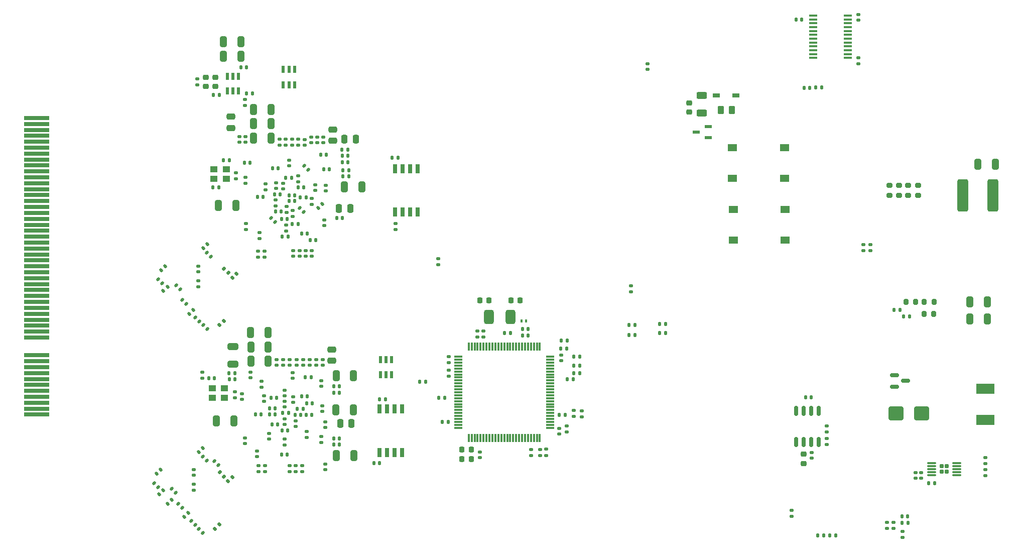
<source format=gbr>
%TF.GenerationSoftware,KiCad,Pcbnew,8.0.8*%
%TF.CreationDate,2025-02-03T01:07:07+01:00*%
%TF.ProjectId,RASBB,52415342-422e-46b6-9963-61645f706362,01*%
%TF.SameCoordinates,Original*%
%TF.FileFunction,Paste,Bot*%
%TF.FilePolarity,Positive*%
%FSLAX46Y46*%
G04 Gerber Fmt 4.6, Leading zero omitted, Abs format (unit mm)*
G04 Created by KiCad (PCBNEW 8.0.8) date 2025-02-03 01:07:07*
%MOMM*%
%LPD*%
G01*
G04 APERTURE LIST*
G04 Aperture macros list*
%AMRoundRect*
0 Rectangle with rounded corners*
0 $1 Rounding radius*
0 $2 $3 $4 $5 $6 $7 $8 $9 X,Y pos of 4 corners*
0 Add a 4 corners polygon primitive as box body*
4,1,4,$2,$3,$4,$5,$6,$7,$8,$9,$2,$3,0*
0 Add four circle primitives for the rounded corners*
1,1,$1+$1,$2,$3*
1,1,$1+$1,$4,$5*
1,1,$1+$1,$6,$7*
1,1,$1+$1,$8,$9*
0 Add four rect primitives between the rounded corners*
20,1,$1+$1,$2,$3,$4,$5,0*
20,1,$1+$1,$4,$5,$6,$7,0*
20,1,$1+$1,$6,$7,$8,$9,0*
20,1,$1+$1,$8,$9,$2,$3,0*%
G04 Aperture macros list end*
%ADD10R,1.300000X1.100000*%
%ADD11RoundRect,0.140000X-0.140000X-0.170000X0.140000X-0.170000X0.140000X0.170000X-0.140000X0.170000X0*%
%ADD12RoundRect,0.135000X0.185000X-0.135000X0.185000X0.135000X-0.185000X0.135000X-0.185000X-0.135000X0*%
%ADD13R,1.207999X0.771200*%
%ADD14RoundRect,0.140000X-0.170000X0.140000X-0.170000X-0.140000X0.170000X-0.140000X0.170000X0.140000X0*%
%ADD15RoundRect,0.135000X0.035355X-0.226274X0.226274X-0.035355X-0.035355X0.226274X-0.226274X0.035355X0*%
%ADD16RoundRect,0.140000X-0.219203X-0.021213X-0.021213X-0.219203X0.219203X0.021213X0.021213X0.219203X0*%
%ADD17RoundRect,0.250000X-0.325000X-0.650000X0.325000X-0.650000X0.325000X0.650000X-0.325000X0.650000X0*%
%ADD18RoundRect,0.140000X0.140000X0.170000X-0.140000X0.170000X-0.140000X-0.170000X0.140000X-0.170000X0*%
%ADD19RoundRect,0.135000X0.135000X0.185000X-0.135000X0.185000X-0.135000X-0.185000X0.135000X-0.185000X0*%
%ADD20R,3.150000X1.780000*%
%ADD21RoundRect,0.140000X0.170000X-0.140000X0.170000X0.140000X-0.170000X0.140000X-0.170000X-0.140000X0*%
%ADD22RoundRect,0.250000X0.325000X0.650000X-0.325000X0.650000X-0.325000X-0.650000X0.325000X-0.650000X0*%
%ADD23RoundRect,0.225000X-0.250000X0.225000X-0.250000X-0.225000X0.250000X-0.225000X0.250000X0.225000X0*%
%ADD24RoundRect,0.140000X0.021213X-0.219203X0.219203X-0.021213X-0.021213X0.219203X-0.219203X0.021213X0*%
%ADD25RoundRect,0.140000X0.219203X0.021213X0.021213X0.219203X-0.219203X-0.021213X-0.021213X-0.219203X0*%
%ADD26RoundRect,0.135000X-0.135000X-0.185000X0.135000X-0.185000X0.135000X0.185000X-0.135000X0.185000X0*%
%ADD27RoundRect,0.200000X0.200000X0.275000X-0.200000X0.275000X-0.200000X-0.275000X0.200000X-0.275000X0*%
%ADD28R,4.200000X0.700000*%
%ADD29RoundRect,0.225000X-0.225000X-0.250000X0.225000X-0.250000X0.225000X0.250000X-0.225000X0.250000X0*%
%ADD30R,0.600000X1.250000*%
%ADD31R,1.520000X1.200000*%
%ADD32RoundRect,0.135000X-0.185000X0.135000X-0.185000X-0.135000X0.185000X-0.135000X0.185000X0.135000X0*%
%ADD33RoundRect,0.225000X0.225000X0.250000X-0.225000X0.250000X-0.225000X-0.250000X0.225000X-0.250000X0*%
%ADD34RoundRect,0.135000X-0.226274X-0.035355X-0.035355X-0.226274X0.226274X0.035355X0.035355X0.226274X0*%
%ADD35RoundRect,0.200000X-0.200000X-0.275000X0.200000X-0.275000X0.200000X0.275000X-0.200000X0.275000X0*%
%ADD36RoundRect,0.250000X-0.262500X-0.450000X0.262500X-0.450000X0.262500X0.450000X-0.262500X0.450000X0*%
%ADD37RoundRect,0.425000X-0.425000X-0.775000X0.425000X-0.775000X0.425000X0.775000X-0.425000X0.775000X0*%
%ADD38RoundRect,0.140000X-0.021213X0.219203X-0.219203X0.021213X0.021213X-0.219203X0.219203X-0.021213X0*%
%ADD39RoundRect,0.150000X-0.587500X-0.150000X0.587500X-0.150000X0.587500X0.150000X-0.587500X0.150000X0*%
%ADD40RoundRect,0.200000X0.275000X-0.200000X0.275000X0.200000X-0.275000X0.200000X-0.275000X-0.200000X0*%
%ADD41RoundRect,0.250000X0.475000X-0.250000X0.475000X0.250000X-0.475000X0.250000X-0.475000X-0.250000X0*%
%ADD42R,0.650000X1.550000*%
%ADD43RoundRect,0.250000X-0.250000X-0.475000X0.250000X-0.475000X0.250000X0.475000X-0.250000X0.475000X0*%
%ADD44R,0.600000X1.150000*%
%ADD45RoundRect,0.170000X0.170000X0.210000X-0.170000X0.210000X-0.170000X-0.210000X0.170000X-0.210000X0*%
%ADD46RoundRect,0.075000X0.650000X0.075000X-0.650000X0.075000X-0.650000X-0.075000X0.650000X-0.075000X0*%
%ADD47RoundRect,0.200000X-0.275000X0.200000X-0.275000X-0.200000X0.275000X-0.200000X0.275000X0.200000X0*%
%ADD48R,1.309599X0.568000*%
%ADD49RoundRect,0.250000X0.250000X0.475000X-0.250000X0.475000X-0.250000X-0.475000X0.250000X-0.475000X0*%
%ADD50RoundRect,0.250000X0.650000X-0.325000X0.650000X0.325000X-0.650000X0.325000X-0.650000X-0.325000X0*%
%ADD51RoundRect,0.225000X0.250000X-0.225000X0.250000X0.225000X-0.250000X0.225000X-0.250000X-0.225000X0*%
%ADD52RoundRect,0.250000X0.625000X-0.312500X0.625000X0.312500X-0.625000X0.312500X-0.625000X-0.312500X0*%
%ADD53RoundRect,0.250000X-0.650000X-2.450000X0.650000X-2.450000X0.650000X2.450000X-0.650000X2.450000X0*%
%ADD54RoundRect,0.250000X-1.000000X-0.900000X1.000000X-0.900000X1.000000X0.900000X-1.000000X0.900000X0*%
%ADD55RoundRect,0.150000X-0.150000X0.675000X-0.150000X-0.675000X0.150000X-0.675000X0.150000X0.675000X0*%
%ADD56R,0.400000X0.500000*%
%ADD57R,0.300000X1.475000*%
%ADD58R,1.475000X0.300000*%
%ADD59R,1.475000X0.450000*%
%ADD60RoundRect,0.250000X-0.475000X0.250000X-0.475000X-0.250000X0.475000X-0.250000X0.475000X0.250000X0*%
G04 APERTURE END LIST*
D10*
%TO.C,X3*%
X136200000Y-65305000D03*
X138300000Y-65305000D03*
X138300000Y-66955000D03*
X136200000Y-66955000D03*
%TD*%
D11*
%TO.C,C337*%
X151760000Y-106710000D03*
X152720000Y-106710000D03*
%TD*%
D12*
%TO.C,R166*%
X139720000Y-103900000D03*
X139720000Y-102880000D03*
%TD*%
D13*
%TO.C,U1*%
X224240000Y-52910000D03*
X220887200Y-52910000D03*
%TD*%
D14*
%TO.C,C212*%
X149570000Y-79050000D03*
X149570000Y-80010000D03*
%TD*%
D12*
%TO.C,R67*%
X252360000Y-127370000D03*
X252360000Y-126350000D03*
%TD*%
D14*
%TO.C,C143*%
X181050000Y-113020000D03*
X181050000Y-113980000D03*
%TD*%
D11*
%TO.C,C247*%
X157820000Y-63090000D03*
X158780000Y-63090000D03*
%TD*%
%TO.C,C252*%
X156920000Y-73560000D03*
X157880000Y-73560000D03*
%TD*%
D15*
%TO.C,R91*%
X136368093Y-125930966D03*
X137089341Y-125209718D03*
%TD*%
D16*
%TO.C,C97*%
X133060589Y-90310589D03*
X133739411Y-90989411D03*
%TD*%
%TO.C,C76*%
X130860589Y-87360589D03*
X131539411Y-88039411D03*
%TD*%
D14*
%TO.C,C134*%
X255502150Y-116480000D03*
X255502150Y-117440000D03*
%TD*%
D11*
%TO.C,C264*%
X150770000Y-70040000D03*
X151730000Y-70040000D03*
%TD*%
D17*
%TO.C,C181*%
X263695000Y-90540000D03*
X266645000Y-90540000D03*
%TD*%
D18*
%TO.C,C351*%
X139720000Y-100740000D03*
X138760000Y-100740000D03*
%TD*%
D14*
%TO.C,C233*%
X154790000Y-73850000D03*
X154790000Y-74810000D03*
%TD*%
D19*
%TO.C,R18*%
X195750000Y-94200000D03*
X194730000Y-94200000D03*
%TD*%
%TO.C,R24*%
X197920000Y-99680000D03*
X196900000Y-99680000D03*
%TD*%
D14*
%TO.C,C227*%
X143655000Y-79180000D03*
X143655000Y-80140000D03*
%TD*%
D19*
%TO.C,R150*%
X251900000Y-89070000D03*
X250880000Y-89070000D03*
%TD*%
D20*
%TO.C,F1*%
X266290000Y-107570000D03*
X266290000Y-102340000D03*
%TD*%
D21*
%TO.C,C231*%
X141600000Y-75480000D03*
X141600000Y-74520000D03*
%TD*%
D18*
%TO.C,C315*%
X144150000Y-106640000D03*
X143190000Y-106640000D03*
%TD*%
D22*
%TO.C,C218*%
X145815000Y-55250000D03*
X142865000Y-55250000D03*
%TD*%
D19*
%TO.C,R106*%
X196810000Y-100700000D03*
X195790000Y-100700000D03*
%TD*%
D23*
%TO.C,C3*%
X216370000Y-54130000D03*
X216370000Y-55680000D03*
%TD*%
D11*
%TO.C,C242*%
X154680000Y-65320000D03*
X155640000Y-65320000D03*
%TD*%
D24*
%TO.C,C83*%
X127260589Y-82339411D03*
X127939411Y-81660589D03*
%TD*%
D18*
%TO.C,C61*%
X164110000Y-114850000D03*
X163150000Y-114850000D03*
%TD*%
D11*
%TO.C,C293*%
X147680000Y-109360000D03*
X148640000Y-109360000D03*
%TD*%
D25*
%TO.C,C110*%
X136939411Y-115249411D03*
X136260589Y-114570589D03*
%TD*%
D22*
%TO.C,C220*%
X145815000Y-57630000D03*
X142865000Y-57630000D03*
%TD*%
D12*
%TO.C,R17*%
X191200000Y-113620000D03*
X191200000Y-112600000D03*
%TD*%
D21*
%TO.C,C301*%
X148994286Y-98400000D03*
X148994286Y-97440000D03*
%TD*%
D14*
%TO.C,C209*%
X146640000Y-67630000D03*
X146640000Y-68590000D03*
%TD*%
D18*
%TO.C,C277*%
X146930000Y-108390000D03*
X145970000Y-108390000D03*
%TD*%
D26*
%TO.C,R15*%
X194440000Y-106750000D03*
X195460000Y-106750000D03*
%TD*%
D18*
%TO.C,C281*%
X146500000Y-105620000D03*
X145540000Y-105620000D03*
%TD*%
D21*
%TO.C,C138*%
X181660000Y-93580000D03*
X181660000Y-92620000D03*
%TD*%
D26*
%TO.C,R11*%
X174660000Y-107910000D03*
X175680000Y-107910000D03*
%TD*%
D27*
%TO.C,R144*%
X257625000Y-87700000D03*
X255975000Y-87700000D03*
%TD*%
D15*
%TO.C,R90*%
X138558093Y-117960966D03*
X139279341Y-117239718D03*
%TD*%
D14*
%TO.C,C326*%
X151810000Y-109560000D03*
X151810000Y-110520000D03*
%TD*%
D16*
%TO.C,C120*%
X132319306Y-124640931D03*
X132998128Y-125319753D03*
%TD*%
D17*
%TO.C,C282*%
X156765000Y-105870000D03*
X159715000Y-105870000D03*
%TD*%
D10*
%TO.C,X4*%
X135880000Y-102235000D03*
X137980000Y-102235000D03*
X137980000Y-103885000D03*
X135880000Y-103885000D03*
%TD*%
D19*
%TO.C,R132*%
X212335000Y-92925000D03*
X211315000Y-92925000D03*
%TD*%
D21*
%TO.C,C313*%
X141420000Y-111580000D03*
X141420000Y-110620000D03*
%TD*%
D27*
%TO.C,R145*%
X257605000Y-89720000D03*
X255955000Y-89720000D03*
%TD*%
D28*
%TO.C,J4*%
X106312500Y-106700000D03*
X106312500Y-105700000D03*
X106312500Y-104700000D03*
X106312500Y-103700000D03*
X106312500Y-102700000D03*
X106312500Y-101700000D03*
X106312500Y-100700000D03*
X106312500Y-99700000D03*
X106312500Y-98700000D03*
X106312500Y-97700000D03*
X106312500Y-96700000D03*
X106312500Y-93700000D03*
X106312500Y-92700000D03*
X106312500Y-91700000D03*
X106312500Y-90700000D03*
X106312500Y-89700000D03*
X106312500Y-88700000D03*
X106312500Y-87700000D03*
X106312500Y-86700000D03*
X106312500Y-85700000D03*
X106312500Y-84700000D03*
X106312500Y-83700000D03*
X106312500Y-82700000D03*
X106312500Y-81700000D03*
X106312500Y-80700000D03*
X106312500Y-79700000D03*
X106312500Y-78700000D03*
X106312500Y-77700000D03*
X106312500Y-76700000D03*
X106312500Y-75700000D03*
X106312500Y-74700000D03*
X106312500Y-73700000D03*
X106312500Y-72700000D03*
X106312500Y-71700000D03*
X106312500Y-70700000D03*
X106312500Y-69700000D03*
X106312500Y-68700000D03*
X106312500Y-67700000D03*
X106312500Y-66700000D03*
X106312500Y-65700000D03*
X106312500Y-64700000D03*
X106312500Y-63700000D03*
X106312500Y-62700000D03*
X106312500Y-61700000D03*
X106312500Y-60700000D03*
X106312500Y-59700000D03*
X106312500Y-58700000D03*
X106312500Y-57700000D03*
X106312500Y-56700000D03*
%TD*%
D21*
%TO.C,C274*%
X148110000Y-103550000D03*
X148110000Y-102590000D03*
%TD*%
D12*
%TO.C,R19*%
X192250000Y-113560000D03*
X192250000Y-112540000D03*
%TD*%
D14*
%TO.C,C213*%
X151680000Y-79020000D03*
X151680000Y-79980000D03*
%TD*%
D21*
%TO.C,C292*%
X152350000Y-98400000D03*
X152350000Y-97440000D03*
%TD*%
D14*
%TO.C,C243*%
X153270000Y-67970000D03*
X153270000Y-68930000D03*
%TD*%
D19*
%TO.C,R55*%
X165110000Y-104100000D03*
X164090000Y-104100000D03*
%TD*%
D21*
%TO.C,C224*%
X150400000Y-61260000D03*
X150400000Y-60300000D03*
%TD*%
D29*
%TO.C,C128*%
X178025000Y-114200000D03*
X179575000Y-114200000D03*
%TD*%
D30*
%TO.C,IC3*%
X138416800Y-49644740D03*
X139366800Y-49644740D03*
X140316800Y-49644740D03*
X140316800Y-52144740D03*
X139366800Y-52144740D03*
X138416800Y-52144740D03*
%TD*%
D21*
%TO.C,C135*%
X180640000Y-93590000D03*
X180640000Y-92630000D03*
%TD*%
D31*
%TO.C,D4*%
X223665000Y-66890000D03*
X232405000Y-66890000D03*
X223665000Y-61690000D03*
X232405000Y-61690000D03*
%TD*%
D11*
%TO.C,C262*%
X150370000Y-68420000D03*
X151330000Y-68420000D03*
%TD*%
D32*
%TO.C,R82*%
X245750000Y-78030000D03*
X245750000Y-79050000D03*
%TD*%
D21*
%TO.C,C284*%
X149950000Y-108720000D03*
X149950000Y-107760000D03*
%TD*%
D33*
%TO.C,C139*%
X182585000Y-87480000D03*
X181035000Y-87480000D03*
%TD*%
D19*
%TO.C,R32*%
X238700000Y-51580000D03*
X237680000Y-51580000D03*
%TD*%
D21*
%TO.C,C307*%
X151244286Y-98400000D03*
X151244286Y-97440000D03*
%TD*%
D18*
%TO.C,C273*%
X146760000Y-103890000D03*
X145800000Y-103890000D03*
%TD*%
D22*
%TO.C,C219*%
X145815000Y-60130001D03*
X142865000Y-60130001D03*
%TD*%
D11*
%TO.C,C339*%
X151610000Y-100410000D03*
X152570000Y-100410000D03*
%TD*%
D21*
%TO.C,C348*%
X142380000Y-100470000D03*
X142380000Y-99510000D03*
%TD*%
D14*
%TO.C,C197*%
X147850000Y-67670000D03*
X147850000Y-68630000D03*
%TD*%
D11*
%TO.C,C246*%
X157800000Y-62000000D03*
X158760000Y-62000000D03*
%TD*%
D16*
%TO.C,C101*%
X133619306Y-125940931D03*
X134298128Y-126619753D03*
%TD*%
D14*
%TO.C,C316*%
X145510000Y-109840000D03*
X145510000Y-110800000D03*
%TD*%
D34*
%TO.C,R87*%
X137898752Y-82068752D03*
X138620000Y-82790000D03*
%TD*%
D12*
%TO.C,R72*%
X134210000Y-100570000D03*
X134210000Y-99550000D03*
%TD*%
D22*
%TO.C,C226*%
X139909999Y-71430000D03*
X136959999Y-71430000D03*
%TD*%
%TO.C,C74*%
X268025000Y-64525000D03*
X265075000Y-64525000D03*
%TD*%
D18*
%TO.C,C207*%
X149830000Y-69750000D03*
X148870000Y-69750000D03*
%TD*%
D14*
%TO.C,C137*%
X175760000Y-96940000D03*
X175760000Y-97900000D03*
%TD*%
%TO.C,C124*%
X244900000Y-39270000D03*
X244900000Y-40230000D03*
%TD*%
D35*
%TO.C,R143*%
X252910000Y-87730000D03*
X254560000Y-87730000D03*
%TD*%
D11*
%TO.C,C287*%
X149860000Y-106710000D03*
X150820000Y-106710000D03*
%TD*%
D36*
%TO.C,R26*%
X221690000Y-55310000D03*
X223515000Y-55310000D03*
%TD*%
D18*
%TO.C,C336*%
X152780000Y-104770000D03*
X151820000Y-104770000D03*
%TD*%
D37*
%TO.C,Y1*%
X182550000Y-90200000D03*
X186250000Y-90200000D03*
%TD*%
D21*
%TO.C,C33*%
X209280000Y-48480000D03*
X209280000Y-47520000D03*
%TD*%
D38*
%TO.C,C257*%
X154500000Y-71210000D03*
X153821178Y-71888822D03*
%TD*%
D26*
%TO.C,R21*%
X240050000Y-127070000D03*
X241070000Y-127070000D03*
%TD*%
D23*
%TO.C,C160*%
X235675000Y-113380000D03*
X235675000Y-114930000D03*
%TD*%
D38*
%TO.C,C109*%
X129070000Y-121050000D03*
X128391178Y-121728822D03*
%TD*%
D11*
%TO.C,C251*%
X157945000Y-65500000D03*
X158905000Y-65500000D03*
%TD*%
D21*
%TO.C,C299*%
X147888572Y-98400000D03*
X147888572Y-97440000D03*
%TD*%
D18*
%TO.C,C289*%
X146490000Y-106620000D03*
X145530000Y-106620000D03*
%TD*%
D15*
%TO.C,R85*%
X137109376Y-91600624D03*
X137830624Y-90879376D03*
%TD*%
D19*
%TO.C,R9*%
X171910000Y-101150000D03*
X170890000Y-101150000D03*
%TD*%
D11*
%TO.C,C333*%
X156400000Y-101950000D03*
X157360000Y-101950000D03*
%TD*%
D21*
%TO.C,C206*%
X152600000Y-60880000D03*
X152600000Y-59920000D03*
%TD*%
D15*
%TO.C,R84*%
X139299376Y-83630624D03*
X140020624Y-82909376D03*
%TD*%
D14*
%TO.C,C327*%
X154970000Y-107940000D03*
X154970000Y-108900000D03*
%TD*%
D11*
%TO.C,C200*%
X146070000Y-65170000D03*
X147030000Y-65170000D03*
%TD*%
D24*
%TO.C,C113*%
X133669306Y-112969753D03*
X134348128Y-112290931D03*
%TD*%
D21*
%TO.C,C96*%
X133550000Y-82610000D03*
X133550000Y-81650000D03*
%TD*%
D39*
%TO.C,Q1*%
X250937500Y-101972500D03*
X250937500Y-100072500D03*
X252812500Y-101022500D03*
%TD*%
D17*
%TO.C,C332*%
X156795000Y-100180000D03*
X159745000Y-100180000D03*
%TD*%
D14*
%TO.C,C285*%
X148110000Y-104470000D03*
X148110000Y-105430000D03*
%TD*%
D22*
%TO.C,C23*%
X140725000Y-43850000D03*
X137775000Y-43850000D03*
%TD*%
D21*
%TO.C,C297*%
X146782858Y-98400000D03*
X146782858Y-97440000D03*
%TD*%
%TO.C,C217*%
X149350000Y-61260000D03*
X149350000Y-60300000D03*
%TD*%
D12*
%TO.C,R122*%
X239590000Y-111720000D03*
X239590000Y-110700000D03*
%TD*%
D32*
%TO.C,R125*%
X250800000Y-124820000D03*
X250800000Y-125840000D03*
%TD*%
D11*
%TO.C,C317*%
X147600000Y-113430000D03*
X148560000Y-113430000D03*
%TD*%
D40*
%TO.C,R81*%
X254920000Y-69725000D03*
X254920000Y-68075000D03*
%TD*%
D41*
%TO.C,C187*%
X156100000Y-97600000D03*
X156100000Y-95700002D03*
%TD*%
D42*
%TO.C,IC5*%
X166775000Y-65227500D03*
X168045000Y-65227500D03*
X169315000Y-65227500D03*
X170585000Y-65227500D03*
X170585000Y-72577500D03*
X169315000Y-72577500D03*
X168045000Y-72577500D03*
X166775000Y-72577500D03*
%TD*%
D11*
%TO.C,C230*%
X147720000Y-76700000D03*
X148680000Y-76700000D03*
%TD*%
D43*
%TO.C,C305*%
X157470001Y-108140000D03*
X159369999Y-108140000D03*
%TD*%
D16*
%TO.C,C253*%
X151390000Y-64710000D03*
X152068822Y-65388822D03*
%TD*%
D14*
%TO.C,C211*%
X150610000Y-79020000D03*
X150610000Y-79980000D03*
%TD*%
D11*
%TO.C,C34*%
X136120000Y-52800000D03*
X137080000Y-52800000D03*
%TD*%
D19*
%TO.C,R75*%
X195710000Y-95600000D03*
X194690000Y-95600000D03*
%TD*%
D24*
%TO.C,C106*%
X126519306Y-116669753D03*
X127198128Y-115990931D03*
%TD*%
D44*
%TO.C,D12*%
X166180000Y-100010000D03*
X165230000Y-100010000D03*
X164280000Y-100010000D03*
X164280000Y-97410000D03*
X165230000Y-97410000D03*
X166180000Y-97410000D03*
%TD*%
D45*
%TO.C,U6*%
X259785000Y-116350000D03*
X259785000Y-115410000D03*
X258945000Y-116350000D03*
X258945000Y-115410000D03*
D46*
X261515000Y-114880000D03*
X261515000Y-115380000D03*
X261515000Y-115880000D03*
X261515000Y-116380000D03*
X261515000Y-116880000D03*
X257215000Y-116880000D03*
X257215000Y-116380000D03*
X257215000Y-115880000D03*
X257215000Y-115380000D03*
X257215000Y-114880000D03*
%TD*%
D16*
%TO.C,C89*%
X129810589Y-84860589D03*
X130489411Y-85539411D03*
%TD*%
D26*
%TO.C,R102*%
X185230000Y-92970000D03*
X186250000Y-92970000D03*
%TD*%
D22*
%TO.C,C26*%
X140725000Y-46300000D03*
X137775000Y-46300000D03*
%TD*%
D12*
%TO.C,R158*%
X139930000Y-66950000D03*
X139930000Y-65930000D03*
%TD*%
D14*
%TO.C,C136*%
X254500000Y-116480000D03*
X254500000Y-117440000D03*
%TD*%
D12*
%TO.C,R105*%
X175800000Y-100260000D03*
X175800000Y-99240000D03*
%TD*%
D18*
%TO.C,C239*%
X150380000Y-74600000D03*
X149420000Y-74600000D03*
%TD*%
D11*
%TO.C,C2*%
X235990000Y-103740000D03*
X236950000Y-103740000D03*
%TD*%
D47*
%TO.C,R78*%
X251750000Y-68075000D03*
X251750000Y-69725000D03*
%TD*%
D21*
%TO.C,C193*%
X146600000Y-71480000D03*
X146600000Y-70520000D03*
%TD*%
D18*
%TO.C,C201*%
X149260000Y-66750000D03*
X148300000Y-66750000D03*
%TD*%
D11*
%TO.C,C329*%
X156410000Y-111780000D03*
X157370000Y-111780000D03*
%TD*%
D16*
%TO.C,C238*%
X129069306Y-119190931D03*
X129748128Y-119869753D03*
%TD*%
D17*
%TO.C,C183*%
X263715000Y-87680000D03*
X266665000Y-87680000D03*
%TD*%
D19*
%TO.C,R53*%
X167260000Y-63422500D03*
X166240000Y-63422500D03*
%TD*%
D32*
%TO.C,R14*%
X196850000Y-105990000D03*
X196850000Y-107010000D03*
%TD*%
D21*
%TO.C,C294*%
X153455714Y-98400000D03*
X153455714Y-97440000D03*
%TD*%
%TO.C,C215*%
X147300000Y-61260000D03*
X147300000Y-60300000D03*
%TD*%
D11*
%TO.C,C280*%
X150260000Y-105730000D03*
X151220000Y-105730000D03*
%TD*%
%TO.C,C10*%
X235720000Y-51600000D03*
X236680000Y-51600000D03*
%TD*%
D14*
%TO.C,C59*%
X166800000Y-74520000D03*
X166800000Y-75480000D03*
%TD*%
D11*
%TO.C,C331*%
X156410000Y-110730000D03*
X157370000Y-110730000D03*
%TD*%
D48*
%TO.C,U2*%
X219548900Y-58124999D03*
X219548900Y-60025001D03*
X217516901Y-59075000D03*
%TD*%
D12*
%TO.C,R47*%
X141400000Y-54585000D03*
X141400000Y-53565000D03*
%TD*%
D44*
%TO.C,D11*%
X147880000Y-48510000D03*
X148830000Y-48510000D03*
X149780000Y-48510000D03*
X149780000Y-51110000D03*
X148830000Y-51110000D03*
X147880000Y-51110000D03*
%TD*%
D14*
%TO.C,C306*%
X148110000Y-110840000D03*
X148110000Y-111800000D03*
%TD*%
D11*
%TO.C,C255*%
X150970000Y-76220000D03*
X151930000Y-76220000D03*
%TD*%
D49*
%TO.C,C188*%
X160100000Y-60300000D03*
X158200000Y-60300000D03*
%TD*%
D19*
%TO.C,R151*%
X253480000Y-90170000D03*
X252460000Y-90170000D03*
%TD*%
D21*
%TO.C,C298*%
X150100000Y-98400000D03*
X150100000Y-97440000D03*
%TD*%
D43*
%TO.C,C221*%
X157260000Y-71930000D03*
X159159998Y-71930000D03*
%TD*%
D14*
%TO.C,C328*%
X154270000Y-110420000D03*
X154270000Y-111380000D03*
%TD*%
D22*
%TO.C,C304*%
X145355000Y-97690000D03*
X142405000Y-97690000D03*
%TD*%
D32*
%TO.C,R13*%
X198200000Y-106040000D03*
X198200000Y-107060000D03*
%TD*%
D21*
%TO.C,C308*%
X149500000Y-100550000D03*
X149500000Y-99590000D03*
%TD*%
D14*
%TO.C,C312*%
X144770000Y-115320000D03*
X144770000Y-116280000D03*
%TD*%
D26*
%TO.C,R127*%
X252230000Y-124980000D03*
X253250000Y-124980000D03*
%TD*%
D14*
%TO.C,C229*%
X143910000Y-76040000D03*
X143910000Y-77000000D03*
%TD*%
D21*
%TO.C,C210*%
X154600000Y-60880000D03*
X154600000Y-59920000D03*
%TD*%
D14*
%TO.C,C196*%
X144920000Y-67820000D03*
X144920000Y-68780000D03*
%TD*%
D21*
%TO.C,C346*%
X140925000Y-104105000D03*
X140925000Y-103145000D03*
%TD*%
D19*
%TO.C,R137*%
X207230000Y-93260000D03*
X206210000Y-93260000D03*
%TD*%
D32*
%TO.C,R83*%
X246920000Y-78030000D03*
X246920000Y-79050000D03*
%TD*%
D14*
%TO.C,C141*%
X195650000Y-108620000D03*
X195650000Y-109580000D03*
%TD*%
D18*
%TO.C,C75*%
X144460000Y-70000000D03*
X143500000Y-70000000D03*
%TD*%
D24*
%TO.C,C90*%
X134410589Y-78639411D03*
X135089411Y-77960589D03*
%TD*%
D14*
%TO.C,C191*%
X148910000Y-63810000D03*
X148910000Y-64770000D03*
%TD*%
D21*
%TO.C,C267*%
X140490000Y-60760000D03*
X140490000Y-59800000D03*
%TD*%
D50*
%TO.C,C199*%
X139380000Y-98165000D03*
X139380000Y-95215000D03*
%TD*%
D18*
%TO.C,C350*%
X139710000Y-99720000D03*
X138750000Y-99720000D03*
%TD*%
D16*
%TO.C,C85*%
X135021178Y-79421178D03*
X135700000Y-80100000D03*
%TD*%
D18*
%TO.C,C194*%
X149830000Y-70700000D03*
X148870000Y-70700000D03*
%TD*%
D14*
%TO.C,C222*%
X148375000Y-74770000D03*
X148375000Y-75730000D03*
%TD*%
D51*
%TO.C,C47*%
X136450000Y-51375000D03*
X136450000Y-49825000D03*
%TD*%
D14*
%TO.C,C311*%
X143700000Y-115320000D03*
X143700000Y-116280000D03*
%TD*%
D12*
%TO.C,R92*%
X132818717Y-119480342D03*
X132818717Y-118460342D03*
%TD*%
D34*
%TO.C,R93*%
X137157469Y-116399094D03*
X137878717Y-117120342D03*
%TD*%
D11*
%TO.C,C189*%
X146570000Y-72450000D03*
X147530000Y-72450000D03*
%TD*%
D21*
%TO.C,C208*%
X153600000Y-60880000D03*
X153600000Y-59920000D03*
%TD*%
%TO.C,C347*%
X144230000Y-102050000D03*
X144230000Y-101090000D03*
%TD*%
D40*
%TO.C,R80*%
X253300000Y-69725000D03*
X253300000Y-68075000D03*
%TD*%
D52*
%TO.C,R25*%
X218436000Y-55847500D03*
X218436000Y-52922500D03*
%TD*%
D22*
%TO.C,C310*%
X139555000Y-107740000D03*
X136605000Y-107740000D03*
%TD*%
D14*
%TO.C,C296*%
X150000000Y-115320000D03*
X150000000Y-116280000D03*
%TD*%
D11*
%TO.C,C258*%
X136020000Y-68400000D03*
X136980000Y-68400000D03*
%TD*%
D14*
%TO.C,C228*%
X144725000Y-79180000D03*
X144725000Y-80140000D03*
%TD*%
D25*
%TO.C,C263*%
X151300000Y-72500000D03*
X150621178Y-71821178D03*
%TD*%
D19*
%TO.C,R101*%
X257760000Y-118240000D03*
X256740000Y-118240000D03*
%TD*%
D14*
%TO.C,C300*%
X148960000Y-115320000D03*
X148960000Y-116280000D03*
%TD*%
D11*
%TO.C,C241*%
X157820000Y-64120000D03*
X158780000Y-64120000D03*
%TD*%
D22*
%TO.C,C303*%
X145355000Y-95280000D03*
X142405000Y-95280000D03*
%TD*%
D38*
%TO.C,C81*%
X132739411Y-89010589D03*
X132060589Y-89689411D03*
%TD*%
D32*
%TO.C,R96*%
X233630000Y-122800000D03*
X233630000Y-123820000D03*
%TD*%
D16*
%TO.C,C114*%
X126069306Y-118240931D03*
X126748128Y-118919753D03*
%TD*%
D26*
%TO.C,R48*%
X141674999Y-52550000D03*
X142694999Y-52550000D03*
%TD*%
D14*
%TO.C,C214*%
X152700000Y-79020000D03*
X152700000Y-79980000D03*
%TD*%
D26*
%TO.C,R157*%
X137780000Y-63790000D03*
X138800000Y-63790000D03*
%TD*%
D53*
%TO.C,C73*%
X262475000Y-69725000D03*
X267575000Y-69725000D03*
%TD*%
D11*
%TO.C,C245*%
X147595000Y-73725000D03*
X148555000Y-73725000D03*
%TD*%
D21*
%TO.C,C335*%
X154320000Y-101910000D03*
X154320000Y-100950000D03*
%TD*%
D14*
%TO.C,C234*%
X155080000Y-68030000D03*
X155080000Y-68990000D03*
%TD*%
%TO.C,C182*%
X141510000Y-66720000D03*
X141510000Y-67680000D03*
%TD*%
D17*
%TO.C,C195*%
X156805000Y-113580000D03*
X159755000Y-113580000D03*
%TD*%
D29*
%TO.C,C127*%
X178025000Y-112600000D03*
X179575000Y-112600000D03*
%TD*%
D38*
%TO.C,C79*%
X128339411Y-85110589D03*
X127660589Y-85789411D03*
%TD*%
D11*
%TO.C,C249*%
X157945000Y-66530000D03*
X158905000Y-66530000D03*
%TD*%
D42*
%TO.C,IC7*%
X164075000Y-105757500D03*
X165345000Y-105757500D03*
X166615000Y-105757500D03*
X167885000Y-105757500D03*
X167885000Y-113107500D03*
X166615000Y-113107500D03*
X165345000Y-113107500D03*
X164075000Y-113107500D03*
%TD*%
D11*
%TO.C,C275*%
X150990000Y-103570000D03*
X151950000Y-103570000D03*
%TD*%
D14*
%TO.C,C338*%
X154420000Y-105230000D03*
X154420000Y-106190000D03*
%TD*%
D54*
%TO.C,D6*%
X251224998Y-106525000D03*
X255525000Y-106525000D03*
%TD*%
D14*
%TO.C,C261*%
X150430000Y-66480000D03*
X150430000Y-67440000D03*
%TD*%
D18*
%TO.C,C235*%
X155140000Y-62900000D03*
X154180000Y-62900000D03*
%TD*%
D11*
%TO.C,C167*%
X252260000Y-123840000D03*
X253220000Y-123840000D03*
%TD*%
D16*
%TO.C,C91*%
X126810589Y-83910589D03*
X127489411Y-84589411D03*
%TD*%
D55*
%TO.C,U8*%
X234380000Y-106070000D03*
X235650000Y-106070000D03*
X236920000Y-106070000D03*
X238190000Y-106070000D03*
X238190000Y-111320000D03*
X236920000Y-111320000D03*
X235650000Y-111320000D03*
X234380000Y-111320000D03*
%TD*%
D21*
%TO.C,C290*%
X154561430Y-98400000D03*
X154561430Y-97440000D03*
%TD*%
D18*
%TO.C,C291*%
X148770000Y-106400000D03*
X147810000Y-106400000D03*
%TD*%
%TO.C,C122*%
X235318000Y-40075000D03*
X234358000Y-40075000D03*
%TD*%
D21*
%TO.C,C266*%
X141500000Y-60760000D03*
X141500000Y-59800000D03*
%TD*%
D14*
%TO.C,C353*%
X237025000Y-113105000D03*
X237025000Y-114065000D03*
%TD*%
D22*
%TO.C,C302*%
X145335000Y-92850000D03*
X142385000Y-92850000D03*
%TD*%
D16*
%TO.C,C78*%
X134360589Y-91610589D03*
X135039411Y-92289411D03*
%TD*%
D12*
%TO.C,R86*%
X133560000Y-85150000D03*
X133560000Y-84130000D03*
%TD*%
D14*
%TO.C,C123*%
X244850000Y-46570000D03*
X244850000Y-47530000D03*
%TD*%
D31*
%TO.C,D5*%
X223785000Y-77320000D03*
X232525000Y-77320000D03*
X223785000Y-72120000D03*
X232525000Y-72120000D03*
%TD*%
D16*
%TO.C,C108*%
X134279895Y-113751520D03*
X134958717Y-114430342D03*
%TD*%
D21*
%TO.C,C162*%
X239525000Y-109605000D03*
X239525000Y-108645000D03*
%TD*%
D16*
%TO.C,C232*%
X145860589Y-73590589D03*
X146539411Y-74269411D03*
%TD*%
D21*
%TO.C,C129*%
X194450000Y-109980000D03*
X194450000Y-109020000D03*
%TD*%
D14*
%TO.C,C190*%
X149500000Y-72300000D03*
X149500000Y-73260000D03*
%TD*%
D38*
%TO.C,C104*%
X131880000Y-123280000D03*
X131201178Y-123958822D03*
%TD*%
D14*
%TO.C,C362*%
X206560000Y-85020000D03*
X206560000Y-85980000D03*
%TD*%
D11*
%TO.C,C1*%
X238040000Y-127060000D03*
X239000000Y-127060000D03*
%TD*%
D38*
%TO.C,C102*%
X127598128Y-119440931D03*
X126919306Y-120119753D03*
%TD*%
D18*
%TO.C,C236*%
X153390000Y-77260000D03*
X152430000Y-77260000D03*
%TD*%
D51*
%TO.C,C44*%
X134800000Y-51375000D03*
X134800000Y-49825000D03*
%TD*%
D19*
%TO.C,R20*%
X197920000Y-96880000D03*
X196900000Y-96880000D03*
%TD*%
D11*
%TO.C,C185*%
X146420000Y-69600000D03*
X147380000Y-69600000D03*
%TD*%
D16*
%TO.C,C99*%
X130119306Y-121690931D03*
X130798128Y-122369753D03*
%TD*%
D21*
%TO.C,C119*%
X132808717Y-116940342D03*
X132808717Y-115980342D03*
%TD*%
D14*
%TO.C,C330*%
X155000000Y-115000000D03*
X155000000Y-115960000D03*
%TD*%
D11*
%TO.C,C334*%
X156400000Y-103040000D03*
X157360000Y-103040000D03*
%TD*%
D18*
%TO.C,C132*%
X189200000Y-93400000D03*
X188240000Y-93400000D03*
%TD*%
D47*
%TO.C,R79*%
X250170000Y-68075000D03*
X250170000Y-69725000D03*
%TD*%
D21*
%TO.C,C205*%
X148470000Y-72580000D03*
X148470000Y-71620000D03*
%TD*%
D14*
%TO.C,C39*%
X133340100Y-50120000D03*
X133340100Y-51080000D03*
%TD*%
%TO.C,C295*%
X151060000Y-115320000D03*
X151060000Y-116280000D03*
%TD*%
D19*
%TO.C,R133*%
X207230000Y-91600000D03*
X206210000Y-91600000D03*
%TD*%
D32*
%TO.C,R126*%
X249690000Y-124820000D03*
X249690000Y-125840000D03*
%TD*%
D14*
%TO.C,C254*%
X152700000Y-70270000D03*
X152700000Y-71230000D03*
%TD*%
D11*
%TO.C,C342*%
X135300000Y-100570000D03*
X136260000Y-100570000D03*
%TD*%
D21*
%TO.C,C216*%
X148310000Y-61260000D03*
X148310000Y-60300000D03*
%TD*%
D19*
%TO.C,R23*%
X197920000Y-98470000D03*
X196900000Y-98470000D03*
%TD*%
D41*
%TO.C,C184*%
X156200000Y-60549999D03*
X156200000Y-58650001D03*
%TD*%
D21*
%TO.C,C278*%
X149570000Y-104630000D03*
X149570000Y-103670000D03*
%TD*%
D56*
%TO.C,FB1*%
X188055000Y-90910470D03*
X188855000Y-90910470D03*
%TD*%
D57*
%TO.C,IC12*%
X179160000Y-95192000D03*
X179660000Y-95192000D03*
X180160000Y-95192000D03*
X180660000Y-95192000D03*
X181160000Y-95192000D03*
X181660000Y-95192000D03*
X182160000Y-95192000D03*
X182660000Y-95192000D03*
X183160000Y-95192000D03*
X183660000Y-95192000D03*
X184160000Y-95192000D03*
X184660000Y-95192000D03*
X185160000Y-95192000D03*
X185660000Y-95192000D03*
X186160000Y-95192000D03*
X186660000Y-95192000D03*
X187160000Y-95192000D03*
X187660000Y-95192000D03*
X188160000Y-95192000D03*
X188660000Y-95192000D03*
X189160000Y-95192000D03*
X189660000Y-95192000D03*
X190160000Y-95192000D03*
X190660000Y-95192000D03*
X191160000Y-95192000D03*
D58*
X192898000Y-96930000D03*
X192898000Y-97430000D03*
X192898000Y-97930000D03*
X192898000Y-98430000D03*
X192898000Y-98930000D03*
X192898000Y-99430000D03*
X192898000Y-99930000D03*
X192898000Y-100430000D03*
X192898000Y-100930000D03*
X192898000Y-101430000D03*
X192898000Y-101930000D03*
X192898000Y-102430000D03*
X192898000Y-102930000D03*
X192898000Y-103430000D03*
X192898000Y-103930000D03*
X192898000Y-104430000D03*
X192898000Y-104930000D03*
X192898000Y-105430000D03*
X192898000Y-105930000D03*
X192898000Y-106430000D03*
X192898000Y-106930000D03*
X192898000Y-107430000D03*
X192898000Y-107930000D03*
X192898000Y-108430000D03*
X192898000Y-108930000D03*
D57*
X191160000Y-110668000D03*
X190660000Y-110668000D03*
X190160000Y-110668000D03*
X189660000Y-110668000D03*
X189160000Y-110668000D03*
X188660000Y-110668000D03*
X188160000Y-110668000D03*
X187660000Y-110668000D03*
X187160000Y-110668000D03*
X186660000Y-110668000D03*
X186160000Y-110668000D03*
X185660000Y-110668000D03*
X185160000Y-110668000D03*
X184660000Y-110668000D03*
X184160000Y-110668000D03*
X183660000Y-110668000D03*
X183160000Y-110668000D03*
X182660000Y-110668000D03*
X182160000Y-110668000D03*
X181660000Y-110668000D03*
X181160000Y-110668000D03*
X180660000Y-110668000D03*
X180160000Y-110668000D03*
X179660000Y-110668000D03*
X179160000Y-110668000D03*
D58*
X177422000Y-108930000D03*
X177422000Y-108430000D03*
X177422000Y-107930000D03*
X177422000Y-107430000D03*
X177422000Y-106930000D03*
X177422000Y-106430000D03*
X177422000Y-105930000D03*
X177422000Y-105430000D03*
X177422000Y-104930000D03*
X177422000Y-104430000D03*
X177422000Y-103930000D03*
X177422000Y-103430000D03*
X177422000Y-102930000D03*
X177422000Y-102430000D03*
X177422000Y-101930000D03*
X177422000Y-101430000D03*
X177422000Y-100930000D03*
X177422000Y-100430000D03*
X177422000Y-99930000D03*
X177422000Y-99430000D03*
X177422000Y-98930000D03*
X177422000Y-98430000D03*
X177422000Y-97930000D03*
X177422000Y-97430000D03*
X177422000Y-96930000D03*
%TD*%
D17*
%TO.C,C198*%
X158225000Y-68300000D03*
X161175000Y-68300000D03*
%TD*%
D59*
%TO.C,IC11*%
X237262000Y-46575000D03*
X237262000Y-45925000D03*
X237262000Y-45275000D03*
X237262000Y-44625000D03*
X237262000Y-43975000D03*
X237262000Y-43325000D03*
X237262000Y-42675000D03*
X237262000Y-42025000D03*
X237262000Y-41375000D03*
X237262000Y-40725000D03*
X237262000Y-40075000D03*
X237262000Y-39425000D03*
X243138000Y-39425000D03*
X243138000Y-40075000D03*
X243138000Y-40725000D03*
X243138000Y-41375000D03*
X243138000Y-42025000D03*
X243138000Y-42675000D03*
X243138000Y-43325000D03*
X243138000Y-43975000D03*
X243138000Y-44625000D03*
X243138000Y-45275000D03*
X243138000Y-45925000D03*
X243138000Y-46575000D03*
%TD*%
D18*
%TO.C,C203*%
X142260000Y-64270000D03*
X141300000Y-64270000D03*
%TD*%
D21*
%TO.C,C349*%
X144640000Y-104450000D03*
X144640000Y-103490000D03*
%TD*%
D32*
%TO.C,R113*%
X189650000Y-112580000D03*
X189650000Y-113600000D03*
%TD*%
D12*
%TO.C,R99*%
X266325000Y-116980000D03*
X266325000Y-115960000D03*
%TD*%
%TO.C,R100*%
X266325000Y-114980000D03*
X266325000Y-113960000D03*
%TD*%
D60*
%TO.C,C192*%
X139020000Y-56480001D03*
X139020000Y-58379999D03*
%TD*%
D19*
%TO.C,R10*%
X175110000Y-103850000D03*
X174090000Y-103850000D03*
%TD*%
D29*
%TO.C,C140*%
X186255000Y-87480000D03*
X187805000Y-87480000D03*
%TD*%
D26*
%TO.C,R68*%
X211365000Y-91450000D03*
X212385000Y-91450000D03*
%TD*%
D18*
%TO.C,C31*%
X141680000Y-48150000D03*
X140720000Y-48150000D03*
%TD*%
D21*
%TO.C,C133*%
X194720000Y-97600000D03*
X194720000Y-96640000D03*
%TD*%
%TO.C,C223*%
X151500000Y-61280000D03*
X151500000Y-60320000D03*
%TD*%
D18*
%TO.C,C130*%
X189200000Y-92300000D03*
X188240000Y-92300000D03*
%TD*%
D32*
%TO.C,R156*%
X174030000Y-80390000D03*
X174030000Y-81410000D03*
%TD*%
D21*
%TO.C,C269*%
X148070000Y-108360000D03*
X148070000Y-107400000D03*
%TD*%
D14*
%TO.C,C314*%
X143420000Y-112810000D03*
X143420000Y-113770000D03*
%TD*%
M02*

</source>
